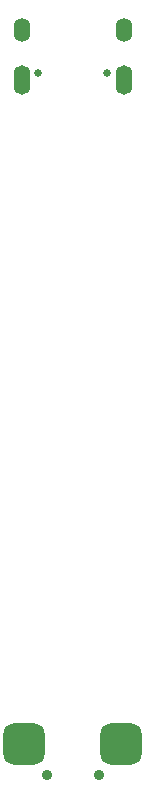
<source format=gbr>
%TF.GenerationSoftware,KiCad,Pcbnew,(6.0.7)*%
%TF.CreationDate,2022-10-02T22:03:49-05:00*%
%TF.ProjectId,OTG_PCB,4f54475f-5043-4422-9e6b-696361645f70,rev?*%
%TF.SameCoordinates,Original*%
%TF.FileFunction,Soldermask,Bot*%
%TF.FilePolarity,Negative*%
%FSLAX46Y46*%
G04 Gerber Fmt 4.6, Leading zero omitted, Abs format (unit mm)*
G04 Created by KiCad (PCBNEW (6.0.7)) date 2022-10-02 22:03:49*
%MOMM*%
%LPD*%
G01*
G04 APERTURE LIST*
G04 Aperture macros list*
%AMRoundRect*
0 Rectangle with rounded corners*
0 $1 Rounding radius*
0 $2 $3 $4 $5 $6 $7 $8 $9 X,Y pos of 4 corners*
0 Add a 4 corners polygon primitive as box body*
4,1,4,$2,$3,$4,$5,$6,$7,$8,$9,$2,$3,0*
0 Add four circle primitives for the rounded corners*
1,1,$1+$1,$2,$3*
1,1,$1+$1,$4,$5*
1,1,$1+$1,$6,$7*
1,1,$1+$1,$8,$9*
0 Add four rect primitives between the rounded corners*
20,1,$1+$1,$2,$3,$4,$5,0*
20,1,$1+$1,$4,$5,$6,$7,0*
20,1,$1+$1,$6,$7,$8,$9,0*
20,1,$1+$1,$8,$9,$2,$3,0*%
G04 Aperture macros list end*
%ADD10C,0.650000*%
%ADD11O,1.400000X2.000000*%
%ADD12O,1.400000X2.500000*%
%ADD13RoundRect,0.875000X-0.875000X-0.875000X0.875000X-0.875000X0.875000X0.875000X-0.875000X0.875000X0*%
%ADD14C,0.900000*%
G04 APERTURE END LIST*
D10*
%TO.C,J5*%
X113932764Y-73393551D03*
D11*
X106722764Y-69743551D03*
D12*
X106722764Y-73923551D03*
D11*
X115362764Y-69743551D03*
D12*
X115362764Y-73923551D03*
D10*
X108152764Y-73393551D03*
%TD*%
D13*
%TO.C,J4*%
X106942764Y-130168551D03*
D14*
X108842764Y-132768551D03*
D13*
X115142764Y-130168551D03*
D14*
X113242764Y-132768551D03*
%TD*%
M02*

</source>
